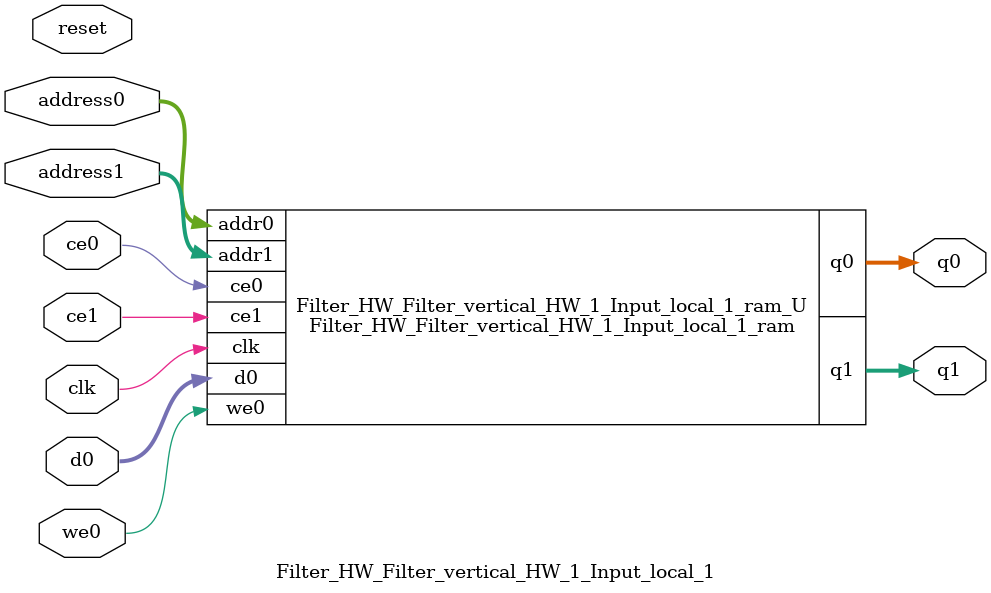
<source format=v>
`timescale 1 ns / 1 ps
module Filter_HW_Filter_vertical_HW_1_Input_local_1_ram (addr0, ce0, d0, we0, q0, addr1, ce1, q1,  clk);

parameter DWIDTH = 8;
parameter AWIDTH = 9;
parameter MEM_SIZE = 474;

input[AWIDTH-1:0] addr0;
input ce0;
input[DWIDTH-1:0] d0;
input we0;
output reg[DWIDTH-1:0] q0;
input[AWIDTH-1:0] addr1;
input ce1;
output reg[DWIDTH-1:0] q1;
input clk;

reg [DWIDTH-1:0] ram[0:MEM_SIZE-1];




always @(posedge clk)  
begin 
    if (ce0) begin
        if (we0) 
            ram[addr0] <= d0; 
        q0 <= ram[addr0];
    end
end


always @(posedge clk)  
begin 
    if (ce1) begin
        q1 <= ram[addr1];
    end
end


endmodule

`timescale 1 ns / 1 ps
module Filter_HW_Filter_vertical_HW_1_Input_local_1(
    reset,
    clk,
    address0,
    ce0,
    we0,
    d0,
    q0,
    address1,
    ce1,
    q1);

parameter DataWidth = 32'd8;
parameter AddressRange = 32'd474;
parameter AddressWidth = 32'd9;
input reset;
input clk;
input[AddressWidth - 1:0] address0;
input ce0;
input we0;
input[DataWidth - 1:0] d0;
output[DataWidth - 1:0] q0;
input[AddressWidth - 1:0] address1;
input ce1;
output[DataWidth - 1:0] q1;



Filter_HW_Filter_vertical_HW_1_Input_local_1_ram Filter_HW_Filter_vertical_HW_1_Input_local_1_ram_U(
    .clk( clk ),
    .addr0( address0 ),
    .ce0( ce0 ),
    .we0( we0 ),
    .d0( d0 ),
    .q0( q0 ),
    .addr1( address1 ),
    .ce1( ce1 ),
    .q1( q1 ));

endmodule


</source>
